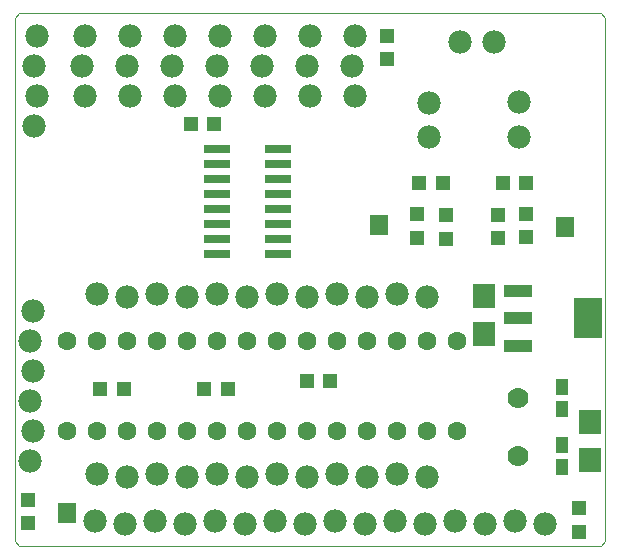
<source format=gts>
G75*
G70*
%OFA0B0*%
%FSLAX24Y24*%
%IPPOS*%
%LPD*%
%AMOC8*
5,1,8,0,0,1.08239X$1,22.5*
%
%ADD10C,0.0000*%
%ADD11C,0.0631*%
%ADD12C,0.0700*%
%ADD13R,0.0946X0.0414*%
%ADD14R,0.0946X0.1320*%
%ADD15C,0.0780*%
%ADD16R,0.0434X0.0552*%
%ADD17R,0.0512X0.0512*%
%ADD18R,0.0749X0.0827*%
%ADD19R,0.0631X0.0670*%
%ADD20R,0.0906X0.0276*%
D10*
X002337Y003180D02*
X002337Y003180D01*
X002180Y003337D01*
X002180Y003338D02*
X002180Y020778D01*
X002337Y020936D01*
X021708Y020936D01*
X021865Y020778D01*
X021865Y003337D01*
X021865Y003337D01*
X021708Y003180D01*
X021707Y003180D02*
X002337Y003180D01*
D11*
X003908Y007015D03*
X004908Y007015D03*
X005908Y007015D03*
X006908Y007015D03*
X007908Y007015D03*
X008908Y007015D03*
X009908Y007015D03*
X010908Y007015D03*
X011908Y007015D03*
X012908Y007015D03*
X013908Y007015D03*
X014908Y007015D03*
X015908Y007015D03*
X016908Y007015D03*
X016908Y010015D03*
X015908Y010015D03*
X014908Y010015D03*
X013908Y010015D03*
X012908Y010015D03*
X011908Y010015D03*
X010908Y010015D03*
X009908Y010015D03*
X008908Y010015D03*
X007908Y010015D03*
X006908Y010015D03*
X005908Y010015D03*
X004908Y010015D03*
X003908Y010015D03*
D12*
X018965Y008097D03*
X018965Y006176D03*
D13*
X018962Y009852D03*
X018962Y010757D03*
X018962Y011663D03*
D14*
X021285Y010757D03*
D15*
X015908Y011465D03*
X014908Y011565D03*
X013908Y011465D03*
X012908Y011565D03*
X011908Y011465D03*
X010908Y011565D03*
X009908Y011465D03*
X008908Y011565D03*
X007908Y011465D03*
X006908Y011565D03*
X005908Y011465D03*
X004908Y011565D03*
X002794Y011015D03*
X002694Y010015D03*
X002794Y009015D03*
X002694Y008015D03*
X002794Y007015D03*
X002694Y006015D03*
X004908Y005565D03*
X005908Y005465D03*
X006908Y005565D03*
X007908Y005465D03*
X008908Y005565D03*
X009908Y005465D03*
X010908Y005565D03*
X011908Y005465D03*
X012908Y005565D03*
X013908Y005465D03*
X014908Y005565D03*
X015908Y005465D03*
X015857Y003917D03*
X014857Y004017D03*
X013857Y003917D03*
X012857Y004017D03*
X011857Y003917D03*
X010857Y004017D03*
X009857Y003917D03*
X008857Y004017D03*
X007857Y003917D03*
X006857Y004017D03*
X005857Y003917D03*
X004857Y004017D03*
X016857Y004017D03*
X017857Y003917D03*
X018857Y004017D03*
X019857Y003917D03*
X018978Y016814D03*
X018978Y017954D03*
X018146Y019982D03*
X017006Y019982D03*
X015983Y017950D03*
X015983Y016810D03*
X013529Y018183D03*
X013429Y019183D03*
X013529Y020183D03*
X012036Y020183D03*
X011936Y019183D03*
X012036Y018183D03*
X010532Y018183D03*
X010432Y019183D03*
X010532Y020183D03*
X009028Y020182D03*
X008928Y019182D03*
X009028Y018182D03*
X007532Y018181D03*
X007432Y019181D03*
X007532Y020181D03*
X006026Y020181D03*
X005926Y019181D03*
X006026Y018181D03*
X004530Y018181D03*
X004430Y019181D03*
X004530Y020181D03*
X002931Y020180D03*
X002831Y019180D03*
X002931Y018180D03*
X002831Y017180D03*
D16*
X020412Y008475D03*
X020412Y007727D03*
X020412Y006546D03*
X020412Y005798D03*
D17*
X020999Y004440D03*
X020999Y003652D03*
X012696Y008671D03*
X011908Y008671D03*
X009271Y008419D03*
X008483Y008419D03*
X005806Y008416D03*
X005019Y008416D03*
X002613Y004715D03*
X002613Y003928D03*
X015604Y013437D03*
X015604Y014225D03*
X016567Y014204D03*
X016567Y013417D03*
X018295Y013430D03*
X018295Y014218D03*
X019218Y014247D03*
X019218Y013460D03*
X019230Y015254D03*
X018442Y015254D03*
X016441Y015267D03*
X015653Y015267D03*
X014580Y019386D03*
X014580Y020174D03*
X008834Y017235D03*
X008046Y017235D03*
D18*
X017814Y011489D03*
X017814Y010229D03*
X021359Y007286D03*
X021359Y006026D03*
D19*
X020517Y013814D03*
X014305Y013871D03*
X003912Y004282D03*
D20*
X008912Y012902D03*
X008912Y013402D03*
X008912Y013902D03*
X008912Y014402D03*
X008912Y014902D03*
X008912Y015402D03*
X008912Y015902D03*
X008912Y016402D03*
X010960Y016402D03*
X010960Y015902D03*
X010960Y015402D03*
X010960Y014902D03*
X010960Y014402D03*
X010960Y013902D03*
X010960Y013402D03*
X010960Y012902D03*
M02*

</source>
